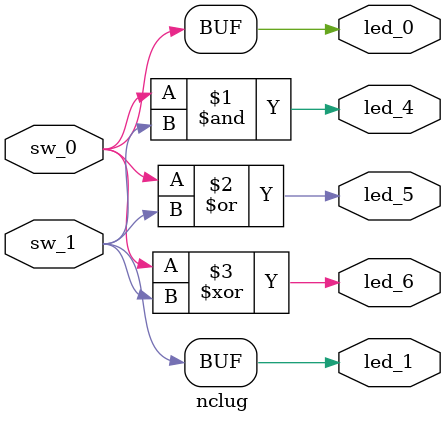
<source format=v>
`timescale 1ns / 1ps

module nclug(
    input wire sw_0,
    input wire sw_1,
    output wire led_0,
    output wire led_1,
    output wire led_4,
    output wire led_5,
    output wire led_6
);
    assign led_0 = sw_0;
    assign led_1 = sw_1;
    assign led_4 = sw_0 & sw_1;
    assign led_5 = sw_0 | sw_1;
    assign led_6 = sw_0 ^ sw_1;
endmodule
</source>
